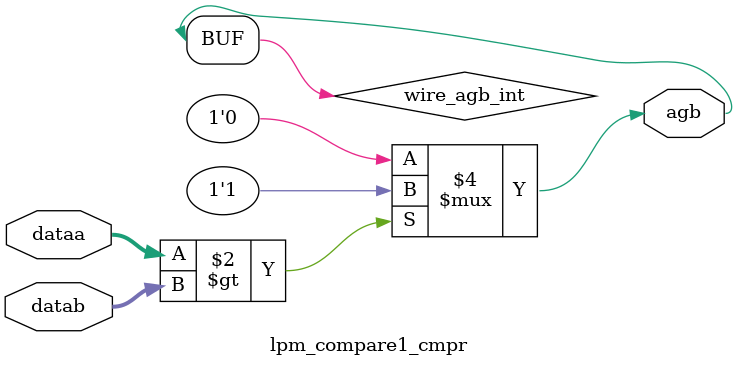
<source format=v>






//synthesis_resources = lut 10 
//synopsys translate_off
`timescale 1 ps / 1 ps
//synopsys translate_on
module  lpm_compare1_cmpr
	( 
	agb,
	dataa,
	datab) /* synthesis synthesis_clearbox=1 */;
	output   agb;
	input   [9:0]  dataa;
	input   [9:0]  datab;
`ifndef ALTERA_RESERVED_QIS
// synopsys translate_off
`endif
	tri0   [9:0]  dataa;
	tri0   [9:0]  datab;
`ifndef ALTERA_RESERVED_QIS
// synopsys translate_on
`endif

	reg	wire_agb_int;

	always @(dataa or datab)
	begin
		if (dataa > datab) 
			begin
				wire_agb_int = 1'b1;
			end
		else
			begin
				wire_agb_int = 1'b0;
			end
	end
	assign
		agb = wire_agb_int;
endmodule //lpm_compare1_cmpr
//VALID FILE

</source>
